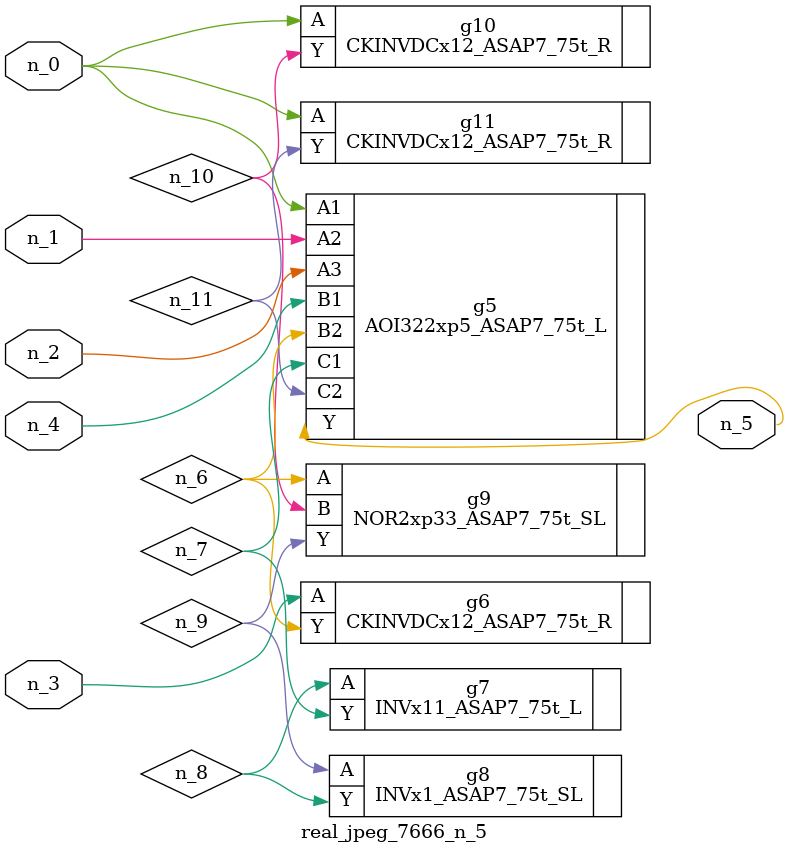
<source format=v>
module real_jpeg_7666_n_5 (n_4, n_0, n_1, n_2, n_3, n_5);

input n_4;
input n_0;
input n_1;
input n_2;
input n_3;

output n_5;

wire n_8;
wire n_11;
wire n_6;
wire n_7;
wire n_10;
wire n_9;

AOI322xp5_ASAP7_75t_L g5 ( 
.A1(n_0),
.A2(n_1),
.A3(n_2),
.B1(n_4),
.B2(n_6),
.C1(n_7),
.C2(n_11),
.Y(n_5)
);

CKINVDCx12_ASAP7_75t_R g10 ( 
.A(n_0),
.Y(n_10)
);

CKINVDCx12_ASAP7_75t_R g11 ( 
.A(n_0),
.Y(n_11)
);

CKINVDCx12_ASAP7_75t_R g6 ( 
.A(n_3),
.Y(n_6)
);

NOR2xp33_ASAP7_75t_SL g9 ( 
.A(n_6),
.B(n_10),
.Y(n_9)
);

INVx11_ASAP7_75t_L g7 ( 
.A(n_8),
.Y(n_7)
);

INVx1_ASAP7_75t_SL g8 ( 
.A(n_9),
.Y(n_8)
);


endmodule
</source>
